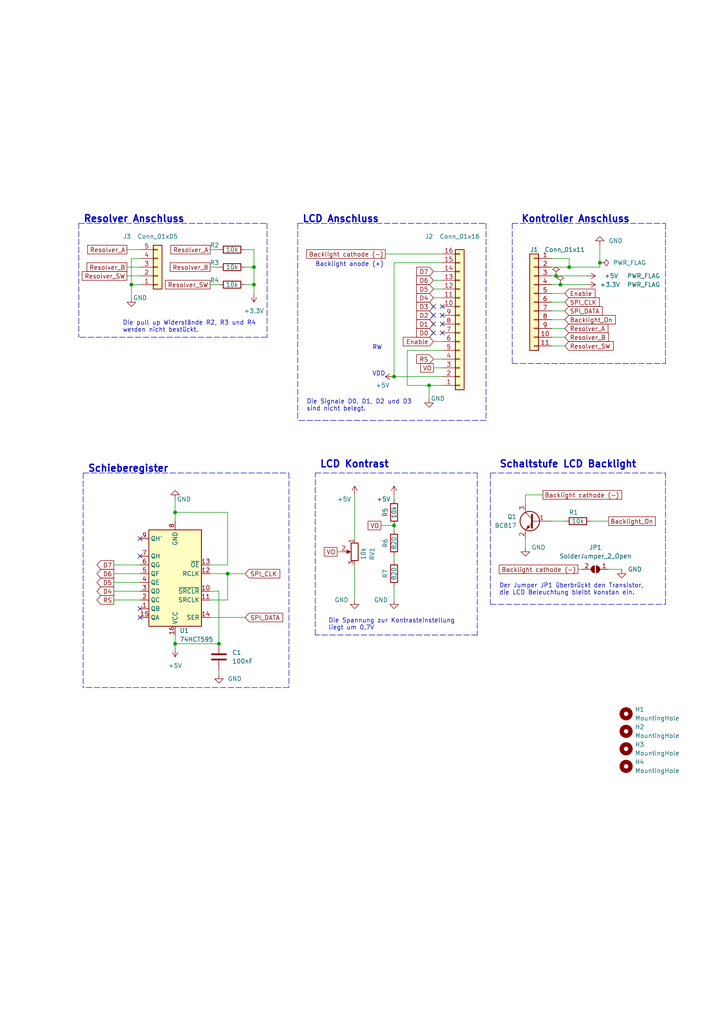
<source format=kicad_sch>
(kicad_sch (version 20211123) (generator eeschema)
  (paper "A4" portrait)
  (title_block (title "LCD Breaukout board") (date "2022-09-24") (rev "0") (company "DIY Marine Mechatronik"))
  (lib_symbols
    (symbol "74xx:74HCT595"
      (property "Reference" "U" (at -7.62 13.97 0))
      (property "Value" "74HCT595" (at -7.62 -16.51 0))
      (symbol "74HCT595_1_0"
        (pin tri_state line (at 10.16 7.62 180) (length 2.54) (name "QB") (number "1"))
        (pin input line (at -10.16 2.54 0) (length 2.54) (name "~{SRCLR}") (number "10"))
        (pin input line (at -10.16 5.08 0) (length 2.54) (name "SRCLK") (number "11"))
        (pin input line (at -10.16 -2.54 0) (length 2.54) (name "RCLK") (number "12"))
        (pin input line (at -10.16 -5.08 0) (length 2.54) (name "~{OE}") (number "13"))
        (pin input line (at -10.16 10.16 0) (length 2.54) (name "SER") (number "14"))
        (pin tri_state line (at 10.16 10.16 180) (length 2.54) (name "QA") (number "15"))
        (pin power_in line (at 0 15.24 270) (length 2.54) (name "VCC") (number "16"))
        (pin tri_state line (at 10.16 5.08 180) (length 2.54) (name "QC") (number "2"))
        (pin tri_state line (at 10.16 2.54 180) (length 2.54) (name "QD") (number "3"))
        (pin tri_state line (at 10.16 0 180) (length 2.54) (name "QE") (number "4"))
        (pin tri_state line (at 10.16 -2.54 180) (length 2.54) (name "QF") (number "5"))
        (pin tri_state line (at 10.16 -5.08 180) (length 2.54) (name "QG") (number "6"))
        (pin tri_state line (at 10.16 -7.62 180) (length 2.54) (name "QH") (number "7"))
        (pin power_in line (at 0 -17.78 90) (length 2.54) (name "GND") (number "8"))
        (pin output line (at 10.16 -12.7 180) (length 2.54) (name "QH'") (number "9"))
      )
      (symbol "74HCT595_1_1"
        (rectangle (start -7.62 12.7) (end 7.62 -15.24) (stroke (width 0.254)) (fill (type background)))
      )
    )
    (symbol "Connector_Generic:Conn_01x05" (pin_names (offset 1.016) hide)
      (property "Reference" "J" (at 0 7.62 0))
      (property "Value" "Conn_01x05" (at 0 -7.62 0))
      (symbol "Conn_01x05_1_1"
        (rectangle (start -1.27 -4.953) (end 0 -5.207) (stroke (width 0.1524)))
        (rectangle (start -1.27 -2.413) (end 0 -2.667) (stroke (width 0.1524)))
        (rectangle (start -1.27 0.127) (end 0 -0.127) (stroke (width 0.1524)))
        (rectangle (start -1.27 2.667) (end 0 2.413) (stroke (width 0.1524)))
        (rectangle (start -1.27 5.207) (end 0 4.953) (stroke (width 0.1524)))
        (rectangle (start -1.27 6.35) (end 1.27 -6.35) (stroke (width 0.254)) (fill (type background)))
        (pin passive line (at -5.08 5.08 0) (length 3.81) (name "Pin_1") (number "1"))
        (pin passive line (at -5.08 2.54 0) (length 3.81) (name "Pin_2") (number "2"))
        (pin passive line (at -5.08 0 0) (length 3.81) (name "Pin_3") (number "3"))
        (pin passive line (at -5.08 -2.54 0) (length 3.81) (name "Pin_4") (number "4"))
        (pin passive line (at -5.08 -5.08 0) (length 3.81) (name "Pin_5") (number "5"))
      )
    )
    (symbol "Connector_Generic:Conn_01x11" (pin_names (offset 1.016) hide)
      (property "Reference" "J" (at 0 15.24 0))
      (property "Value" "Conn_01x11" (at 0 -15.24 0))
      (symbol "Conn_01x11_1_1"
        (rectangle (start -1.27 -12.573) (end 0 -12.827) (stroke (width 0.1524)))
        (rectangle (start -1.27 -10.033) (end 0 -10.287) (stroke (width 0.1524)))
        (rectangle (start -1.27 -7.493) (end 0 -7.747) (stroke (width 0.1524)))
        (rectangle (start -1.27 -4.953) (end 0 -5.207) (stroke (width 0.1524)))
        (rectangle (start -1.27 -2.413) (end 0 -2.667) (stroke (width 0.1524)))
        (rectangle (start -1.27 0.127) (end 0 -0.127) (stroke (width 0.1524)))
        (rectangle (start -1.27 2.667) (end 0 2.413) (stroke (width 0.1524)))
        (rectangle (start -1.27 5.207) (end 0 4.953) (stroke (width 0.1524)))
        (rectangle (start -1.27 7.747) (end 0 7.493) (stroke (width 0.1524)))
        (rectangle (start -1.27 10.287) (end 0 10.033) (stroke (width 0.1524)))
        (rectangle (start -1.27 12.827) (end 0 12.573) (stroke (width 0.1524)))
        (rectangle (start -1.27 13.97) (end 1.27 -13.97) (stroke (width 0.254)) (fill (type background)))
        (pin passive line (at -5.08 12.7 0) (length 3.81) (name "Pin_1") (number "1"))
        (pin passive line (at -5.08 -10.16 0) (length 3.81) (name "Pin_10") (number "10"))
        (pin passive line (at -5.08 -12.7 0) (length 3.81) (name "Pin_11") (number "11"))
        (pin passive line (at -5.08 10.16 0) (length 3.81) (name "Pin_2") (number "2"))
        (pin passive line (at -5.08 7.62 0) (length 3.81) (name "Pin_3") (number "3"))
        (pin passive line (at -5.08 5.08 0) (length 3.81) (name "Pin_4") (number "4"))
        (pin passive line (at -5.08 2.54 0) (length 3.81) (name "Pin_5") (number "5"))
        (pin passive line (at -5.08 0 0) (length 3.81) (name "Pin_6") (number "6"))
        (pin passive line (at -5.08 -2.54 0) (length 3.81) (name "Pin_7") (number "7"))
        (pin passive line (at -5.08 -5.08 0) (length 3.81) (name "Pin_8") (number "8"))
        (pin passive line (at -5.08 -7.62 0) (length 3.81) (name "Pin_9") (number "9"))
      )
    )
    (symbol "Connector_Generic:Conn_01x16" (pin_names (offset 1.016) hide)
      (property "Reference" "J" (at 0 20.32 0))
      (property "Value" "Conn_01x16" (at 0 -22.86 0))
      (symbol "Conn_01x16_1_1"
        (rectangle (start -1.27 -20.193) (end 0 -20.447) (stroke (width 0.1524)))
        (rectangle (start -1.27 -17.653) (end 0 -17.907) (stroke (width 0.1524)))
        (rectangle (start -1.27 -15.113) (end 0 -15.367) (stroke (width 0.1524)))
        (rectangle (start -1.27 -12.573) (end 0 -12.827) (stroke (width 0.1524)))
        (rectangle (start -1.27 -10.033) (end 0 -10.287) (stroke (width 0.1524)))
        (rectangle (start -1.27 -7.493) (end 0 -7.747) (stroke (width 0.1524)))
        (rectangle (start -1.27 -4.953) (end 0 -5.207) (stroke (width 0.1524)))
        (rectangle (start -1.27 -2.413) (end 0 -2.667) (stroke (width 0.1524)))
        (rectangle (start -1.27 0.127) (end 0 -0.127) (stroke (width 0.1524)))
        (rectangle (start -1.27 2.667) (end 0 2.413) (stroke (width 0.1524)))
        (rectangle (start -1.27 5.207) (end 0 4.953) (stroke (width 0.1524)))
        (rectangle (start -1.27 7.747) (end 0 7.493) (stroke (width 0.1524)))
        (rectangle (start -1.27 10.287) (end 0 10.033) (stroke (width 0.1524)))
        (rectangle (start -1.27 12.827) (end 0 12.573) (stroke (width 0.1524)))
        (rectangle (start -1.27 15.367) (end 0 15.113) (stroke (width 0.1524)))
        (rectangle (start -1.27 17.907) (end 0 17.653) (stroke (width 0.1524)))
        (rectangle (start -1.27 19.05) (end 1.27 -21.59) (stroke (width 0.254)) (fill (type background)))
        (pin passive line (at -5.08 17.78 0) (length 3.81) (name "Pin_1") (number "1"))
        (pin passive line (at -5.08 -5.08 0) (length 3.81) (name "Pin_10") (number "10"))
        (pin passive line (at -5.08 -7.62 0) (length 3.81) (name "Pin_11") (number "11"))
        (pin passive line (at -5.08 -10.16 0) (length 3.81) (name "Pin_12") (number "12"))
        (pin passive line (at -5.08 -12.7 0) (length 3.81) (name "Pin_13") (number "13"))
        (pin passive line (at -5.08 -15.24 0) (length 3.81) (name "Pin_14") (number "14"))
        (pin passive line (at -5.08 -17.78 0) (length 3.81) (name "Pin_15") (number "15"))
        (pin passive line (at -5.08 -20.32 0) (length 3.81) (name "Pin_16") (number "16"))
        (pin passive line (at -5.08 15.24 0) (length 3.81) (name "Pin_2") (number "2"))
        (pin passive line (at -5.08 12.7 0) (length 3.81) (name "Pin_3") (number "3"))
        (pin passive line (at -5.08 10.16 0) (length 3.81) (name "Pin_4") (number "4"))
        (pin passive line (at -5.08 7.62 0) (length 3.81) (name "Pin_5") (number "5"))
        (pin passive line (at -5.08 5.08 0) (length 3.81) (name "Pin_6") (number "6"))
        (pin passive line (at -5.08 2.54 0) (length 3.81) (name "Pin_7") (number "7"))
        (pin passive line (at -5.08 0 0) (length 3.81) (name "Pin_8") (number "8"))
        (pin passive line (at -5.08 -2.54 0) (length 3.81) (name "Pin_9") (number "9"))
      )
    )
    (symbol "Device:C" (pin_numbers hide) (pin_names (offset 0.254))
      (property "Reference" "C" (at 0.635 2.54 0))
      (property "Value" "C" (at 0.635 -2.54 0))
      (symbol "C_0_1"
        (polyline (pts (xy -2.032 -0.762) (xy 2.032 -0.762)) (stroke (width 0.508)))
        (polyline (pts (xy -2.032 0.762) (xy 2.032 0.762)) (stroke (width 0.508)))
      )
      (symbol "C_1_1"
        (pin passive line (at 0 3.81 270) (length 2.794) (name "~") (number "1"))
        (pin passive line (at 0 -3.81 90) (length 2.794) (name "~") (number "2"))
      )
    )
    (symbol "Device:R" (pin_numbers hide) (pin_names (offset 0))
      (property "Reference" "R" (at 2.032 0 90))
      (property "Value" "R" (at 0 0 90))
      (symbol "R_0_1"
        (rectangle (start -1.016 -2.54) (end 1.016 2.54) (stroke (width 0.254)))
      )
      (symbol "R_1_1"
        (pin passive line (at 0 3.81 270) (length 1.27) (name "~") (number "1"))
        (pin passive line (at 0 -3.81 90) (length 1.27) (name "~") (number "2"))
      )
    )
    (symbol "Device:R_Potentiometer" (pin_names (offset 1.016) hide)
      (property "Reference" "RV" (at -4.445 0 90))
      (property "Value" "R_Potentiometer" (at -2.54 0 90))
      (symbol "R_Potentiometer_0_1"
        (polyline (pts (xy 2.54 0) (xy 1.524 0)))
        (polyline (pts (xy 1.143 0) (xy 2.286 0.508) (xy 2.286 -0.508) (xy 1.143 0)) (fill (type outline)))
        (rectangle (start 1.016 2.54) (end -1.016 -2.54) (stroke (width 0.254)))
      )
      (symbol "R_Potentiometer_1_1"
        (pin passive line (at 0 3.81 270) (length 1.27) (name "1") (number "1"))
        (pin passive line (at 3.81 0 180) (length 1.27) (name "2") (number "2"))
        (pin passive line (at 0 -3.81 90) (length 1.27) (name "3") (number "3"))
      )
    )
    (symbol "Jumper:SolderJumper_2_Open" (pin_names (offset 0) hide)
      (property "Reference" "JP" (at 0 2.032 0))
      (property "Value" "SolderJumper_2_Open" (at 0 -2.54 0))
      (symbol "SolderJumper_2_Open_0_1"
        (arc (start -0.254 1.016) (mid -1.27 0) (end -0.254 -1.016))
        (arc (start -0.254 1.016) (mid -1.27 0) (end -0.254 -1.016) (fill (type outline)))
        (polyline (pts (xy -0.254 1.016) (xy -0.254 -1.016)))
        (polyline (pts (xy 0.254 1.016) (xy 0.254 -1.016)))
        (arc (start 0.254 -1.016) (mid 1.27 0) (end 0.254 1.016))
        (arc (start 0.254 -1.016) (mid 1.27 0) (end 0.254 1.016) (fill (type outline)))
      )
      (symbol "SolderJumper_2_Open_1_1"
        (pin passive line (at -3.81 0 0) (length 2.54) (name "A") (number "1"))
        (pin passive line (at 3.81 0 180) (length 2.54) (name "B") (number "2"))
      )
    )
    (symbol "Mechanical:MountingHole" (pin_names (offset 1.016))
      (property "Reference" "H" (at 0 5.08 0))
      (property "Value" "MountingHole" (at 0 3.175 0))
      (symbol "MountingHole_0_1"
        (circle (center 0 0) (radius 1.27) (stroke (width 1.27)))
      )
    )
    (symbol "Transistor_BJT:BC817" (pin_names (offset 0) hide)
      (property "Reference" "Q" (at 5.08 1.905 0))
      (property "Value" "BC817" (at 5.08 0 0))
      (symbol "BC817_0_1"
        (polyline (pts (xy 0.635 0.635) (xy 2.54 2.54)))
        (polyline (pts (xy 0.635 -0.635) (xy 2.54 -2.54) (xy 2.54 -2.54)))
        (polyline (pts (xy 0.635 1.905) (xy 0.635 -1.905) (xy 0.635 -1.905)) (stroke (width 0.508)))
        (polyline (pts (xy 1.27 -1.778) (xy 1.778 -1.27) (xy 2.286 -2.286) (xy 1.27 -1.778) (xy 1.27 -1.778)) (fill (type outline)))
        (circle (center 1.27 0) (radius 2.8194) (stroke (width 0.254)))
      )
      (symbol "BC817_1_1"
        (pin input line (at -5.08 0 0) (length 5.715) (name "B") (number "1"))
        (pin passive line (at 2.54 -5.08 90) (length 2.54) (name "E") (number "2"))
        (pin passive line (at 2.54 5.08 270) (length 2.54) (name "C") (number "3"))
      )
    )
    (symbol "power:+3.3V" (power) (pin_names (offset 0))
      (property "Value" "+3.3V" (at 0 3.556 0))
      (symbol "+3.3V_0_1"
        (polyline (pts (xy -0.762 1.27) (xy 0 2.54)))
        (polyline (pts (xy 0 0) (xy 0 2.54)))
        (polyline (pts (xy 0 2.54) (xy 0.762 1.27)))
      )
      (symbol "+3.3V_1_1"
        (pin power_in line (at 0 0 90) (length 0) hide (name "+3.3V") (number "1"))
      )
    )
    (symbol "power:+5V" (power) (pin_names (offset 0))
      (property "Value" "+5V" (at 0 3.556 0))
      (symbol "+5V_0_1"
        (polyline (pts (xy -0.762 1.27) (xy 0 2.54)))
        (polyline (pts (xy 0 0) (xy 0 2.54)))
        (polyline (pts (xy 0 2.54) (xy 0.762 1.27)))
      )
      (symbol "+5V_1_1"
        (pin power_in line (at 0 0 90) (length 0) hide (name "+5V") (number "1"))
      )
    )
    (symbol "power:GND" (power) (pin_names (offset 0))
      (property "Value" "GND" (at 0 -3.81 0))
      (symbol "GND_0_1"
        (polyline (pts (xy 0 0) (xy 0 -1.27) (xy 1.27 -1.27) (xy 0 -2.54) (xy -1.27 -1.27) (xy 0 -1.27)))
      )
      (symbol "GND_1_1"
        (pin power_in line (at 0 0 270) (length 0) hide (name "GND") (number "1"))
      )
    )
    (symbol "power:PWR_FLAG" (power) (pin_numbers hide) (pin_names (offset 0) hide)
      (property "Value" "PWR_FLAG" (at 0 3.81 0))
      (symbol "PWR_FLAG_0_0"
        (pin power_out line (at 0 0 90) (length 0) (name "pwr") (number "1"))
      )
      (symbol "PWR_FLAG_0_1"
        (polyline (pts (xy 0 0) (xy 0 1.27) (xy -1.016 1.905) (xy 0 2.54) (xy 1.016 1.905) (xy 0 1.27)))
      )
    )
  )
  (junction (at 114.3 152.4))
  (junction (at 66.04 166.37))
  (junction (at 161.29 80.01))
  (junction (at 38.1 82.55))
  (junction (at 114.3 109.22))
  (junction (at 124.46 111.76))
  (junction (at 73.66 77.47))
  (junction (at 162.56 82.55))
  (junction (at 173.99 76.2))
  (junction (at 73.66 82.55))
  (junction (at 165.1 77.47))
  (junction (at 50.8 148.59))
  (junction (at 63.5 186.69))
  (junction (at 50.8 186.69))
  (no_connect (at 40.64 156.21))
  (no_connect (at 40.64 176.53))
  (no_connect (at 40.64 179.07))
  (no_connect (at 40.64 161.29))
  (no_connect (at 128.27 88.9))
  (no_connect (at 128.27 96.52))
  (no_connect (at 128.27 93.98))
  (no_connect (at 128.27 91.44))
  (no_connect (at 125.73 96.52))
  (no_connect (at 125.73 91.44))
  (no_connect (at 125.73 93.98))
  (no_connect (at 125.73 88.9))
  (wire (pts (xy 33.02 173.99) (xy 40.64 173.99)))
  (wire (pts (xy 71.12 72.39) (xy 73.66 72.39)))
  (wire (pts (xy 50.8 148.59) (xy 50.8 151.13)))
  (wire (pts (xy 33.02 163.83) (xy 40.64 163.83)))
  (wire (pts (xy 71.12 77.47) (xy 73.66 77.47)))
  (wire (pts (xy 66.04 166.37) (xy 71.12 166.37)))
  (polyline (pts (xy 142.24 175.26) (xy 193.04 175.26)))
  (wire (pts (xy 125.73 104.14) (xy 128.27 104.14)))
  (polyline (pts (xy 193.04 105.41) (xy 193.04 64.77)))
  (wire (pts (xy 33.02 171.45) (xy 40.64 171.45)))
  (wire (pts (xy 128.27 83.82) (xy 125.73 83.82)))
  (polyline (pts (xy 142.24 137.16) (xy 193.04 137.16)))
  (wire (pts (xy 160.02 85.09) (xy 163.83 85.09)))
  (wire (pts (xy 152.4 156.21) (xy 152.4 158.75)))
  (wire (pts (xy 38.1 82.55) (xy 38.1 86.36)))
  (wire (pts (xy 50.8 144.78) (xy 50.8 148.59)))
  (wire (pts (xy 160.02 87.63) (xy 163.83 87.63)))
  (wire (pts (xy 60.96 179.07) (xy 71.12 179.07)))
  (wire (pts (xy 60.96 173.99) (xy 66.04 173.99)))
  (wire (pts (xy 165.1 74.93) (xy 165.1 77.47)))
  (wire (pts (xy 128.27 78.74) (xy 125.73 78.74)))
  (wire (pts (xy 60.96 166.37) (xy 66.04 166.37)))
  (wire (pts (xy 180.34 165.1) (xy 176.53 165.1)))
  (wire (pts (xy 33.02 168.91) (xy 40.64 168.91)))
  (wire (pts (xy 60.96 77.47) (xy 63.5 77.47)))
  (polyline (pts (xy 83.82 137.16) (xy 83.82 199.39)))
  (polyline (pts (xy 91.44 184.15) (xy 91.44 137.16)))
  (polyline (pts (xy 91.44 137.16) (xy 138.43 137.16)))
  (polyline (pts (xy 77.47 64.77) (xy 77.47 97.79)))
  (wire (pts (xy 128.27 109.22) (xy 114.3 109.22)))
  (wire (pts (xy 114.3 76.2) (xy 128.27 76.2)))
  (wire (pts (xy 50.8 148.59) (xy 66.04 148.59)))
  (polyline (pts (xy 148.59 64.77) (xy 193.04 64.77)))
  (wire (pts (xy 114.3 152.4) (xy 114.3 153.67)))
  (wire (pts (xy 125.73 99.06) (xy 128.27 99.06)))
  (wire (pts (xy 160.02 74.93) (xy 165.1 74.93)))
  (wire (pts (xy 173.99 77.47) (xy 173.99 76.2)))
  (wire (pts (xy 71.12 82.55) (xy 73.66 82.55)))
  (wire (pts (xy 167.64 165.1) (xy 168.91 165.1)))
  (wire (pts (xy 73.66 72.39) (xy 73.66 77.47)))
  (wire (pts (xy 114.3 170.18) (xy 114.3 173.99)))
  (wire (pts (xy 60.96 82.55) (xy 63.5 82.55)))
  (wire (pts (xy 160.02 97.79) (xy 163.83 97.79)))
  (wire (pts (xy 160.02 77.47) (xy 165.1 77.47)))
  (wire (pts (xy 66.04 173.99) (xy 66.04 166.37)))
  (polyline (pts (xy 148.59 105.41) (xy 193.04 105.41)))
  (wire (pts (xy 128.27 81.28) (xy 125.73 81.28)))
  (polyline (pts (xy 22.86 64.77) (xy 22.86 97.79)))
  (wire (pts (xy 161.29 80.01) (xy 170.18 80.01)))
  (polyline (pts (xy 77.47 97.79) (xy 22.86 97.79)))
  (wire (pts (xy 38.1 74.93) (xy 38.1 82.55)))
  (polyline (pts (xy 24.13 137.16) (xy 83.82 137.16)))
  (wire (pts (xy 165.1 77.47) (xy 173.99 77.47)))
  (wire (pts (xy 128.27 106.68) (xy 125.73 106.68)))
  (wire (pts (xy 162.56 82.55) (xy 170.18 82.55)))
  (wire (pts (xy 152.4 143.51) (xy 152.4 146.05)))
  (wire (pts (xy 171.45 151.13) (xy 176.53 151.13)))
  (wire (pts (xy 125.73 86.36) (xy 128.27 86.36)))
  (wire (pts (xy 36.83 80.01) (xy 40.64 80.01)))
  (wire (pts (xy 50.8 186.69) (xy 63.5 186.69)))
  (wire (pts (xy 118.11 101.6) (xy 118.11 111.76)))
  (wire (pts (xy 60.96 171.45) (xy 63.5 171.45)))
  (wire (pts (xy 63.5 171.45) (xy 63.5 186.69)))
  (wire (pts (xy 40.64 74.93) (xy 38.1 74.93)))
  (polyline (pts (xy 86.36 64.77) (xy 86.36 121.92)))
  (wire (pts (xy 110.49 152.4) (xy 114.3 152.4)))
  (polyline (pts (xy 148.59 64.77) (xy 148.59 105.41)))
  (wire (pts (xy 157.48 143.51) (xy 152.4 143.51)))
  (wire (pts (xy 160.02 80.01) (xy 161.29 80.01)))
  (wire (pts (xy 36.83 72.39) (xy 40.64 72.39)))
  (polyline (pts (xy 22.86 64.77) (xy 77.47 64.77)))
  (wire (pts (xy 50.8 184.15) (xy 50.8 186.69)))
  (wire (pts (xy 160.02 95.25) (xy 163.83 95.25)))
  (wire (pts (xy 114.3 109.22) (xy 114.3 76.2)))
  (wire (pts (xy 38.1 82.55) (xy 40.64 82.55)))
  (wire (pts (xy 160.02 100.33) (xy 163.83 100.33)))
  (wire (pts (xy 160.02 90.17) (xy 163.83 90.17)))
  (wire (pts (xy 73.66 77.47) (xy 73.66 82.55)))
  (wire (pts (xy 114.3 161.29) (xy 114.3 162.56)))
  (wire (pts (xy 102.87 163.83) (xy 102.87 173.99)))
  (wire (pts (xy 63.5 194.31) (xy 63.5 195.58)))
  (wire (pts (xy 73.66 82.55) (xy 73.66 85.09)))
  (wire (pts (xy 118.11 111.76) (xy 124.46 111.76)))
  (wire (pts (xy 97.79 160.02) (xy 99.06 160.02)))
  (wire (pts (xy 36.83 77.47) (xy 40.64 77.47)))
  (wire (pts (xy 160.02 151.13) (xy 163.83 151.13)))
  (wire (pts (xy 114.3 144.78) (xy 114.3 143.51)))
  (polyline (pts (xy 140.97 121.92) (xy 86.36 121.92)))
  (wire (pts (xy 102.87 143.51) (xy 102.87 156.21)))
  (polyline (pts (xy 140.97 64.77) (xy 140.97 121.92)))
  (polyline (pts (xy 138.43 137.16) (xy 138.43 184.15)))
  (wire (pts (xy 66.04 148.59) (xy 66.04 163.83)))
  (wire (pts (xy 124.46 111.76) (xy 124.46 115.57)))
  (wire (pts (xy 160.02 82.55) (xy 162.56 82.55)))
  (polyline (pts (xy 138.43 184.15) (xy 91.44 184.15)))
  (wire (pts (xy 128.27 73.66) (xy 111.76 73.66)))
  (wire (pts (xy 128.27 111.76) (xy 124.46 111.76)))
  (wire (pts (xy 50.8 186.69) (xy 50.8 187.96)))
  (polyline (pts (xy 83.82 199.39) (xy 24.13 199.39)))
  (wire (pts (xy 66.04 163.83) (xy 60.96 163.83)))
  (polyline (pts (xy 142.24 137.16) (xy 142.24 175.26)))
  (wire (pts (xy 128.27 101.6) (xy 118.11 101.6)))
  (wire (pts (xy 160.02 92.71) (xy 163.83 92.71)))
  (polyline (pts (xy 86.36 64.77) (xy 140.97 64.77)))
  (wire (pts (xy 173.99 76.2) (xy 173.99 71.12)))
  (wire (pts (xy 33.02 166.37) (xy 40.64 166.37)))
  (polyline (pts (xy 193.04 175.26) (xy 193.04 137.16)))
  (wire (pts (xy 60.96 72.39) (xy 63.5 72.39)))
  (polyline (pts (xy 24.13 137.16) (xy 24.13 199.39)))
  (text "Schaltstufe LCD Backlight" (at 144.78 135.89 0) (effects (font (size 2 2) (thickness 0.4) bold) (justify left bottom)))
  (text "LCD Kontrast" (at 92.71 135.89 0) (effects (font (size 2 2) (thickness 0.4) bold) (justify left bottom)))
  (text "LCD Anschluss" (at 87.63 64.77 0) (effects (font (size 2 2) (thickness 0.4) bold) (justify left bottom)))
  (text "RW" (at 107.95 101.6 0) (effects (font (size 1.27 1.27)) (justify left bottom)))
  (text "Schieberegister" (at 25.4 137.16 0) (effects (font (size 2 2) (thickness 0.4) bold) (justify left bottom)))
  (text "Die Signale D0, D1, D2 und D3\nsind nicht belegt." (at 88.9 119.38 0) (effects (font (size 1.27 1.27)) (justify left bottom)))
  (text "Der Jumper JP1 überbrückt den Transistor,\ndie LCD Beleuchtung bleibt konstan ein." (at 144.78 172.72 0) (effects (font (size 1.27 1.27)) (justify left bottom)))
  (text "Resolver Anschluss" (at 24.13 64.77 0) (effects (font (size 2 2) (thickness 0.4) bold) (justify left bottom)))
  (text "Die pull up Widerstände R2, R3 und R4\nwerden nicht bestückt." (at 35.56 96.52 0) (effects (font (size 1.27 1.27)) (justify left bottom)))
  (text "Kontroller Anschluss" (at 151.13 64.77 0) (effects (font (size 2 2) (thickness 0.4) bold) (justify left bottom)))
  (text "Die Spannung zur Kontrasteinstellung\nliegt um 0,7V" (at 95.25 182.88 0) (effects (font (size 1.27 1.27)) (justify left bottom)))
  (text "VDD" (at 107.95 109.22 0) (effects (font (size 1.27 1.27)) (justify left bottom)))
  (text "Backlight anode (+)" (at 91.44 77.47 0) (effects (font (size 1.27 1.27)) (justify left bottom)))
  (global_label "Backlight cathode (-)" (shape passive) (at 167.64 165.1 180) (property "Intersheet References" "${INTERSHEET_REFS}" (effects hide)))
  (global_label "D4" (shape input) (at 125.73 86.36 180) (property "Intersheet References" "${INTERSHEET_REFS}" (effects hide)))
  (global_label "Resolver_A" (shape passive) (at 60.96 72.39 180) (property "Intersheet References" "${INTERSHEET_REFS}" (effects hide)))
  (global_label "Backlight_On" (shape passive) (at 176.53 151.13 0) (property "Intersheet References" "${INTERSHEET_REFS}" (effects hide)))
  (global_label "D2" (shape input) (at 125.73 91.44 180) (property "Intersheet References" "${INTERSHEET_REFS}" (effects hide)))
  (global_label "VO" (shape passive) (at 97.79 160.02 180) (property "Intersheet References" "${INTERSHEET_REFS}" (effects hide)))
  (global_label "Resolver_B" (shape passive) (at 36.83 77.47 180) (property "Intersheet References" "${INTERSHEET_REFS}" (effects hide)))
  (global_label "Backlight_On" (shape input) (at 163.83 92.71 0) (property "Intersheet References" "${INTERSHEET_REFS}" (effects hide)))
  (global_label "D5" (shape input) (at 125.73 83.82 180) (property "Intersheet References" "${INTERSHEET_REFS}" (effects hide)))
  (global_label "Resolver_A" (shape input) (at 163.83 95.25 0) (property "Intersheet References" "${INTERSHEET_REFS}" (effects hide)))
  (global_label "D4" (shape output) (at 33.02 171.45 180) (property "Intersheet References" "${INTERSHEET_REFS}" (effects hide)))
  (global_label "VO" (shape passive) (at 125.73 106.68 180) (property "Intersheet References" "${INTERSHEET_REFS}" (effects hide)))
  (global_label "VO" (shape passive) (at 110.49 152.4 180) (property "Intersheet References" "${INTERSHEET_REFS}" (effects hide)))
  (global_label "D6" (shape input) (at 125.73 81.28 180) (property "Intersheet References" "${INTERSHEET_REFS}" (effects hide)))
  (global_label "D7" (shape output) (at 33.02 163.83 180) (property "Intersheet References" "${INTERSHEET_REFS}" (effects hide)))
  (global_label "Enable" (shape input) (at 125.73 99.06 180) (property "Intersheet References" "${INTERSHEET_REFS}" (effects hide)))
  (global_label "D5" (shape output) (at 33.02 168.91 180) (property "Intersheet References" "${INTERSHEET_REFS}" (effects hide)))
  (global_label "Backlight cathode (-)" (shape passive) (at 111.76 73.66 180) (property "Intersheet References" "${INTERSHEET_REFS}" (effects hide)))
  (global_label "Resolver_SW" (shape passive) (at 36.83 80.01 180) (property "Intersheet References" "${INTERSHEET_REFS}" (effects hide)))
  (global_label "Resolver_B" (shape passive) (at 60.96 77.47 180) (property "Intersheet References" "${INTERSHEET_REFS}" (effects hide)))
  (global_label "SPI_DATA" (shape input) (at 71.12 179.07 0) (property "Intersheet References" "${INTERSHEET_REFS}" (effects hide)))
  (global_label "D3" (shape input) (at 125.73 88.9 180) (property "Intersheet References" "${INTERSHEET_REFS}" (effects hide)))
  (global_label "D7" (shape input) (at 125.73 78.74 180) (property "Intersheet References" "${INTERSHEET_REFS}" (effects hide)))
  (global_label "SPI_CLK" (shape input) (at 71.12 166.37 0) (property "Intersheet References" "${INTERSHEET_REFS}" (effects hide)))
  (global_label "Resolver_SW" (shape passive) (at 60.96 82.55 180) (property "Intersheet References" "${INTERSHEET_REFS}" (effects hide)))
  (global_label "Enable" (shape input) (at 163.83 85.09 0) (property "Intersheet References" "${INTERSHEET_REFS}" (effects hide)))
  (global_label "SPI_DATA" (shape input) (at 163.83 90.17 0) (property "Intersheet References" "${INTERSHEET_REFS}" (effects hide)))
  (global_label "Resolver_SW" (shape input) (at 163.83 100.33 0) (property "Intersheet References" "${INTERSHEET_REFS}" (effects hide)))
  (global_label "RS" (shape output) (at 33.02 173.99 180) (property "Intersheet References" "${INTERSHEET_REFS}" (effects hide)))
  (global_label "RS" (shape input) (at 125.73 104.14 180) (property "Intersheet References" "${INTERSHEET_REFS}" (effects hide)))
  (global_label "Resolver_A" (shape passive) (at 36.83 72.39 180) (property "Intersheet References" "${INTERSHEET_REFS}" (effects hide)))
  (global_label "Resolver_B" (shape input) (at 163.83 97.79 0) (property "Intersheet References" "${INTERSHEET_REFS}" (effects hide)))
  (global_label "Backlight cathode (-)" (shape passive) (at 157.48 143.51 0) (property "Intersheet References" "${INTERSHEET_REFS}" (effects hide)))
  (global_label "D6" (shape output) (at 33.02 166.37 180) (property "Intersheet References" "${INTERSHEET_REFS}" (effects hide)))
  (global_label "D1" (shape input) (at 125.73 93.98 180) (property "Intersheet References" "${INTERSHEET_REFS}" (effects hide)))
  (global_label "SPI_CLK" (shape input) (at 163.83 87.63 0) (property "Intersheet References" "${INTERSHEET_REFS}" (effects hide)))
  (global_label "D0" (shape input) (at 125.73 96.52 180) (property "Intersheet References" "${INTERSHEET_REFS}" (effects hide)))
  (symbol (lib_id "power:GND") (at 173.99 71.12 180) (unit 1)
    (property "Reference" "#PWR0104" (effects hide))
    (property "Value" "GND" (at 176.53 69.8499 0) (effects (justify right)))
  )
  (symbol (lib_id "Mechanical:MountingHole") (at 181.61 222.25 0) (unit 1)
    (property "Reference" "H4" (at 184.15 220.9799 0) (effects (justify left)))
    (property "Value" "MountingHole" (at 184.15 223.5199 0) (effects (justify left)))
    (property "Footprint" "MountingHole:MountingHole_3.2mm_M3" (effects hide))
  )
  (symbol (lib_id "Mechanical:MountingHole") (at 181.61 212.09 0) (unit 1)
    (property "Reference" "H2" (at 184.15 210.8199 0) (effects (justify left)))
    (property "Value" "MountingHole" (at 184.15 213.3599 0) (effects (justify left)))
    (property "Footprint" "MountingHole:MountingHole_3.2mm_M3" (effects hide))
  )
  (symbol (lib_id "power:GND") (at 180.34 165.1 0) (mirror y) (unit 1)
    (property "Reference" "#PWR0113" (effects hide))
    (property "Value" "GND" (at 184.15 165.1 0))
  )
  (symbol (lib_id "power:+3.3V") (at 170.18 82.55 270) (unit 1)
    (property "Reference" "#PWR0103" (effects hide))
    (property "Value" "+3.3V" (at 173.99 82.5499 90) (effects (justify left)))
  )
  (symbol (lib_id "Device:C") (at 63.5 190.5 0) (unit 1)
    (property "Reference" "C1" (at 67.31 189.2299 0) (effects (justify left)))
    (property "Value" "100nF" (at 67.31 191.7699 0) (effects (justify left)))
    (property "Footprint" "Capacitor_SMD:C_0805_2012Metric" (effects hide))
  )
  (symbol (lib_id "power:GND") (at 38.1 86.36 0) (mirror y) (unit 1)
    (property "Reference" "#PWR0106" (effects hide))
    (property "Value" "GND" (at 40.64 86.36 0))
  )
  (symbol (lib_id "power:GND") (at 152.4 158.75 0) (mirror y) (unit 1)
    (property "Reference" "#PWR0111" (effects hide))
    (property "Value" "GND" (at 156.21 158.75 0))
  )
  (symbol (lib_id "Device:R_Potentiometer") (at 102.87 160.02 0) (mirror y) (unit 1)
    (property "Reference" "RV1" (at 107.95 158.75 90) (effects (justify right)))
    (property "Value" "10k" (at 105.41 158.75 90) (effects (justify right)))
    (property "Footprint" "Potentiometer_THT:Potentiometer_Piher_PT-6-V_Vertical" (effects hide))
  )
  (symbol (lib_id "power:GND") (at 102.87 173.99 0) (mirror y) (unit 1)
    (property "Reference" "#PWR0110" (effects hide))
    (property "Value" "GND" (at 99.06 173.99 0))
  )
  (symbol (lib_id "power:+5V") (at 170.18 80.01 270) (unit 1)
    (property "Reference" "#PWR0102" (effects hide))
    (property "Value" "+5V" (at 175.26 80.01 90) (effects (justify left)))
  )
  (symbol (lib_id "power:PWR_FLAG") (at 162.56 82.55 0) (unit 1)
    (property "Reference" "#FLG0103" (effects hide))
    (property "Value" "PWR_FLAG" (at 186.69 82.55 0))
  )
  (symbol (lib_id "Device:R") (at 67.31 77.47 90) (unit 1)
    (property "Reference" "R3" (at 62.23 76.2 90))
    (property "Value" "10k" (at 67.31 77.47 90))
    (property "Footprint" "Resistor_SMD:R_0805_2012Metric" (effects hide))
  )
  (symbol (lib_id "Connector_Generic:Conn_01x05") (at 45.72 77.47 0) (mirror x) (unit 1)
    (property "Reference" "J3" (at 36.83 68.58 0))
    (property "Value" "Conn_01x05" (at 45.72 68.58 0))
    (property "Footprint" "Connector_PinHeader_2.54mm:PinHeader_1x05_P2.54mm_Vertical" (effects hide))
  )
  (symbol (lib_id "power:+5V") (at 114.3 143.51 0) (unit 1)
    (property "Reference" "#PWR0114" (effects hide))
    (property "Value" "+5V" (at 109.22 144.78 0) (effects (justify left)))
  )
  (symbol (lib_id "Device:R") (at 167.64 151.13 90) (unit 1)
    (property "Reference" "R1" (at 166.37 148.59 90))
    (property "Value" "10k" (at 167.64 151.13 90))
    (property "Footprint" "Resistor_SMD:R_0805_2012Metric" (effects hide))
  )
  (symbol (lib_id "Connector_Generic:Conn_01x11") (at 154.94 87.63 0) (mirror y) (unit 1)
    (property "Reference" "J1" (at 154.94 72.39 0))
    (property "Value" "Conn_01x11" (at 163.83 72.39 0))
    (property "Footprint" "Connector_PinHeader_2.54mm:PinHeader_1x11_P2.54mm_Vertical" (effects hide))
  )
  (symbol (lib_id "Device:R") (at 67.31 82.55 90) (unit 1)
    (property "Reference" "R4" (at 62.23 81.28 90))
    (property "Value" "10k" (at 67.31 82.55 90))
    (property "Footprint" "Resistor_SMD:R_0805_2012Metric" (effects hide))
  )
  (symbol (lib_id "power:PWR_FLAG") (at 173.99 76.2 270) (unit 1)
    (property "Reference" "#FLG0101" (effects hide))
    (property "Value" "PWR_FLAG" (at 177.8 76.1999 90) (effects (justify left)))
  )
  (symbol (lib_id "Jumper:SolderJumper_2_Open") (at 172.72 165.1 180) (unit 1)
    (property "Reference" "JP1" (at 172.72 158.75 0))
    (property "Value" "SolderJumper_2_Open" (at 172.72 161.29 0))
    (property "Footprint" "Jumper:SolderJumper-2_P1.3mm_Open_RoundedPad1.0x1.5mm" (effects hide))
  )
  (symbol (lib_id "Mechanical:MountingHole") (at 181.61 217.17 0) (unit 1)
    (property "Reference" "H3" (at 184.15 215.8999 0) (effects (justify left)))
    (property "Value" "MountingHole" (at 184.15 218.4399 0) (effects (justify left)))
    (property "Footprint" "MountingHole:MountingHole_3.2mm_M3" (effects hide))
  )
  (symbol (lib_id "power:GND") (at 50.8 144.78 180) (unit 1)
    (property "Reference" "#PWR0101" (effects hide))
    (property "Value" "GND" (at 53.34 144.78 0))
  )
  (symbol (lib_id "Device:R") (at 114.3 166.37 180) (unit 1)
    (property "Reference" "R7" (at 111.76 166.37 90))
    (property "Value" "820" (at 114.3 166.37 90))
    (property "Footprint" "Resistor_SMD:R_0805_2012Metric" (effects hide))
  )
  (symbol (lib_id "Mechanical:MountingHole") (at 181.61 207.01 0) (unit 1)
    (property "Reference" "H1" (at 184.15 205.7399 0) (effects (justify left)))
    (property "Value" "MountingHole" (at 184.15 208.2799 0) (effects (justify left)))
    (property "Footprint" "MountingHole:MountingHole_3.2mm_M3" (effects hide))
  )
  (symbol (lib_id "Device:R") (at 67.31 72.39 90) (unit 1)
    (property "Reference" "R2" (at 62.23 71.12 90))
    (property "Value" "10k" (at 67.31 72.39 90))
    (property "Footprint" "Resistor_SMD:R_0805_2012Metric" (effects hide))
  )
  (symbol (lib_id "power:GND") (at 63.5 195.58 0) (unit 1)
    (property "Reference" "#PWR0108" (effects hide))
    (property "Value" "GND" (at 66.04 196.8499 0) (effects (justify left)))
  )
  (symbol (lib_id "power:+5V") (at 102.87 143.51 0) (unit 1)
    (property "Reference" "#PWR0109" (effects hide))
    (property "Value" "+5V" (at 97.79 144.78 0) (effects (justify left)))
  )
  (symbol (lib_id "power:+5V") (at 114.3 109.22 90) (unit 1)
    (property "Reference" "#PWR0112" (effects hide))
    (property "Value" "+5V" (at 113.03 111.76 90) (effects (justify left)))
  )
  (symbol (lib_id "Device:R") (at 114.3 157.48 180) (unit 1)
    (property "Reference" "R6" (at 111.76 157.48 90))
    (property "Value" "820" (at 114.3 157.48 90))
    (property "Footprint" "Resistor_SMD:R_0805_2012Metric" (effects hide))
  )
  (symbol (lib_id "power:PWR_FLAG") (at 161.29 80.01 0) (unit 1)
    (property "Reference" "#FLG0102" (effects hide))
    (property "Value" "PWR_FLAG" (at 186.69 80.01 0))
  )
  (symbol (lib_id "74xx:74HCT595") (at 50.8 168.91 180) (unit 1)
    (property "Reference" "U1" (at 52.07 182.88 0) (effects (justify right)))
    (property "Value" "74HCT595" (at 52.07 185.42 0) (effects (justify right)))
    (property "Footprint" "Package_SO:SOP-16_4.55x10.3mm_P1.27mm" (effects hide))
    (property "Datasheet" "https://assets.nexperia.com/documents/data-sheet/74HC_HCT595.pdf" (effects hide))
  )
  (symbol (lib_id "power:GND") (at 124.46 115.57 0) (mirror y) (unit 1)
    (property "Reference" "#PWR0105" (effects hide))
    (property "Value" "GND" (at 127 115.57 0))
  )
  (symbol (lib_id "Device:R") (at 114.3 148.59 180) (unit 1)
    (property "Reference" "R5" (at 111.76 148.59 90))
    (property "Value" "10k" (at 114.3 148.59 90))
    (property "Footprint" "Resistor_SMD:R_0805_2012Metric" (effects hide))
  )
  (symbol (lib_id "power:GND") (at 114.3 173.99 0) (mirror y) (unit 1)
    (property "Reference" "#PWR0116" (effects hide))
    (property "Value" "GND" (at 110.49 173.99 0))
  )
  (symbol (lib_id "power:+5V") (at 50.8 187.96 180) (unit 1)
    (property "Reference" "#PWR0107" (effects hide))
    (property "Value" "+5V" (at 50.8 193.04 0))
  )
  (symbol (lib_id "Connector_Generic:Conn_01x16") (at 133.35 93.98 0) (mirror x) (unit 1)
    (property "Reference" "J2" (at 124.46 68.58 0))
    (property "Value" "Conn_01x16" (at 133.35 68.58 0))
    (property "Footprint" "Connector_PinHeader_2.54mm:PinHeader_1x16_P2.54mm_Vertical" (effects hide))
  )
  (symbol (lib_id "Transistor_BJT:BC817") (at 154.94 151.13 0) (mirror y) (unit 1)
    (property "Reference" "Q1" (at 149.86 149.8599 0) (effects (justify left)))
    (property "Value" "BC817" (at 149.86 152.3999 0) (effects (justify left)))
    (property "Footprint" "Package_TO_SOT_SMD:SOT-23" (effects hide))
    (property "Datasheet" "https://www.onsemi.com/pub/Collateral/BC818-D.pdf" (effects hide))
  )
  (symbol (lib_id "power:+3.3V") (at 73.66 85.09 180) (unit 1)
    (property "Reference" "#PWR01" (effects hide))
    (property "Value" "+3.3V" (at 73.66 90.17 0))
  )
)
</source>
